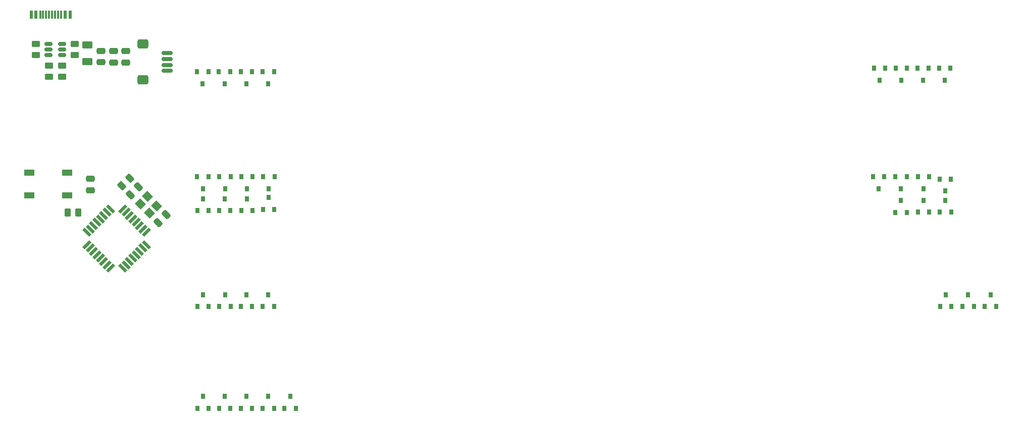
<source format=gbr>
G04 #@! TF.GenerationSoftware,KiCad,Pcbnew,(6.0.2)*
G04 #@! TF.CreationDate,2022-03-30T22:23:48+02:00*
G04 #@! TF.ProjectId,pcb,7063622e-6b69-4636-9164-5f7063625858,rev?*
G04 #@! TF.SameCoordinates,Original*
G04 #@! TF.FileFunction,Paste,Bot*
G04 #@! TF.FilePolarity,Positive*
%FSLAX46Y46*%
G04 Gerber Fmt 4.6, Leading zero omitted, Abs format (unit mm)*
G04 Created by KiCad (PCBNEW (6.0.2)) date 2022-03-30 22:23:48*
%MOMM*%
%LPD*%
G01*
G04 APERTURE LIST*
G04 Aperture macros list*
%AMRoundRect*
0 Rectangle with rounded corners*
0 $1 Rounding radius*
0 $2 $3 $4 $5 $6 $7 $8 $9 X,Y pos of 4 corners*
0 Add a 4 corners polygon primitive as box body*
4,1,4,$2,$3,$4,$5,$6,$7,$8,$9,$2,$3,0*
0 Add four circle primitives for the rounded corners*
1,1,$1+$1,$2,$3*
1,1,$1+$1,$4,$5*
1,1,$1+$1,$6,$7*
1,1,$1+$1,$8,$9*
0 Add four rect primitives between the rounded corners*
20,1,$1+$1,$2,$3,$4,$5,0*
20,1,$1+$1,$4,$5,$6,$7,0*
20,1,$1+$1,$6,$7,$8,$9,0*
20,1,$1+$1,$8,$9,$2,$3,0*%
%AMRotRect*
0 Rectangle, with rotation*
0 The origin of the aperture is its center*
0 $1 length*
0 $2 width*
0 $3 Rotation angle, in degrees counterclockwise*
0 Add horizontal line*
21,1,$1,$2,0,0,$3*%
G04 Aperture macros list end*
%ADD10RoundRect,0.150000X0.775000X-0.150000X0.775000X0.150000X-0.775000X0.150000X-0.775000X-0.150000X0*%
%ADD11RoundRect,0.332800X0.567200X-0.467200X0.567200X0.467200X-0.567200X0.467200X-0.567200X-0.467200X0*%
%ADD12R,0.800000X0.900000*%
%ADD13RoundRect,0.250000X0.475000X-0.250000X0.475000X0.250000X-0.475000X0.250000X-0.475000X-0.250000X0*%
%ADD14RoundRect,0.250000X-0.450000X0.262500X-0.450000X-0.262500X0.450000X-0.262500X0.450000X0.262500X0*%
%ADD15RoundRect,0.150000X0.512500X0.150000X-0.512500X0.150000X-0.512500X-0.150000X0.512500X-0.150000X0*%
%ADD16R,1.700000X1.000000*%
%ADD17RoundRect,0.250000X0.159099X-0.512652X0.512652X-0.159099X-0.159099X0.512652X-0.512652X0.159099X0*%
%ADD18RotRect,1.400000X1.200000X315.000000*%
%ADD19RoundRect,0.250000X-0.132583X0.503814X-0.503814X0.132583X0.132583X-0.503814X0.503814X-0.132583X0*%
%ADD20RoundRect,0.250000X-0.625000X0.375000X-0.625000X-0.375000X0.625000X-0.375000X0.625000X0.375000X0*%
%ADD21RotRect,1.600000X0.550000X225.000000*%
%ADD22RotRect,1.600000X0.550000X135.000000*%
%ADD23R,0.600000X1.450000*%
%ADD24R,0.300000X1.450000*%
%ADD25RoundRect,0.250000X0.262500X0.450000X-0.262500X0.450000X-0.262500X-0.450000X0.262500X-0.450000X0*%
%ADD26RoundRect,0.250000X-0.159099X0.512652X-0.512652X0.159099X0.159099X-0.512652X0.512652X-0.159099X0*%
G04 APERTURE END LIST*
D10*
X38100000Y-16450000D03*
X38100000Y-15450000D03*
X38100000Y-14450000D03*
X38100000Y-13450000D03*
D11*
X34075000Y-17950000D03*
X34075000Y-11950000D03*
D12*
X54150000Y-16600000D03*
X56050000Y-16600000D03*
X55100000Y-18600000D03*
X165900000Y-40150000D03*
X164000000Y-40150000D03*
X164950000Y-38150000D03*
D13*
X27050000Y-15025000D03*
X27050000Y-13125000D03*
D12*
X48750000Y-39900000D03*
X46850000Y-39900000D03*
X47800000Y-37900000D03*
X52400000Y-56000000D03*
X50500000Y-56000000D03*
X51450000Y-54000000D03*
X52450000Y-39900000D03*
X50550000Y-39900000D03*
X51500000Y-37900000D03*
X43150000Y-16600000D03*
X45050000Y-16600000D03*
X44100000Y-18600000D03*
D14*
X20500000Y-15612500D03*
X20500000Y-17437500D03*
D13*
X29150000Y-15050000D03*
X29150000Y-13150000D03*
D15*
X20512500Y-11925000D03*
X20512500Y-12875000D03*
X20512500Y-13825000D03*
X18237500Y-13825000D03*
X18237500Y-12875000D03*
X18237500Y-11925000D03*
D12*
X45100000Y-39900000D03*
X43200000Y-39900000D03*
X44150000Y-37900000D03*
X164000000Y-34200000D03*
X165900000Y-34200000D03*
X164950000Y-36200000D03*
X59725000Y-73050000D03*
X57825000Y-73050000D03*
X58775000Y-71050000D03*
X163950000Y-16000000D03*
X165850000Y-16000000D03*
X164900000Y-18000000D03*
D13*
X25300000Y-36450000D03*
X25300000Y-34550000D03*
D12*
X167600000Y-16000000D03*
X169500000Y-16000000D03*
X168550000Y-18000000D03*
X50575000Y-34200000D03*
X52475000Y-34200000D03*
X51525000Y-36200000D03*
X46900000Y-34200000D03*
X48800000Y-34200000D03*
X47850000Y-36200000D03*
X169650000Y-56000000D03*
X167750000Y-56000000D03*
X168700000Y-54000000D03*
D16*
X15050000Y-33500000D03*
X21350000Y-33500000D03*
X21350000Y-37300000D03*
X15050000Y-37300000D03*
D12*
X45100000Y-73050000D03*
X43200000Y-73050000D03*
X44150000Y-71050000D03*
D14*
X18350000Y-15612500D03*
X18350000Y-17437500D03*
D12*
X50500000Y-16600000D03*
X52400000Y-16600000D03*
X51450000Y-18600000D03*
D17*
X31978249Y-37246751D03*
X33321751Y-35903249D03*
D18*
X34823223Y-37546142D03*
X36378858Y-39101777D03*
X35176777Y-40303858D03*
X33621142Y-38748223D03*
D19*
X31845235Y-34454765D03*
X30554765Y-35745235D03*
D12*
X56050000Y-56000000D03*
X54150000Y-56000000D03*
X55100000Y-54000000D03*
X52400000Y-73050000D03*
X50500000Y-73050000D03*
X51450000Y-71050000D03*
X160250000Y-34200000D03*
X162150000Y-34200000D03*
X161200000Y-36200000D03*
X162150000Y-40200000D03*
X160250000Y-40200000D03*
X161200000Y-38200000D03*
D20*
X24800000Y-12075000D03*
X24800000Y-14875000D03*
D12*
X156650000Y-16000000D03*
X158550000Y-16000000D03*
X157600000Y-18000000D03*
D14*
X22625000Y-11962500D03*
X22625000Y-13787500D03*
D21*
X30685305Y-39584897D03*
X31250990Y-40150583D03*
X31816676Y-40716268D03*
X32382361Y-41281953D03*
X32948047Y-41847639D03*
X33513732Y-42413324D03*
X34079417Y-42979010D03*
X34645103Y-43544695D03*
D22*
X34645103Y-45595305D03*
X34079417Y-46160990D03*
X33513732Y-46726676D03*
X32948047Y-47292361D03*
X32382361Y-47858047D03*
X31816676Y-48423732D03*
X31250990Y-48989417D03*
X30685305Y-49555103D03*
D21*
X28634695Y-49555103D03*
X28069010Y-48989417D03*
X27503324Y-48423732D03*
X26937639Y-47858047D03*
X26371953Y-47292361D03*
X25806268Y-46726676D03*
X25240583Y-46160990D03*
X24674897Y-45595305D03*
D22*
X24674897Y-43544695D03*
X25240583Y-42979010D03*
X25806268Y-42413324D03*
X26371953Y-41847639D03*
X26937639Y-41281953D03*
X27503324Y-40716268D03*
X28069010Y-40150583D03*
X28634695Y-39584897D03*
D12*
X56050000Y-73050000D03*
X54150000Y-73050000D03*
X55100000Y-71050000D03*
X167650000Y-34600000D03*
X169550000Y-34600000D03*
X168600000Y-36600000D03*
X48750000Y-73050000D03*
X46850000Y-73050000D03*
X47800000Y-71050000D03*
X56100000Y-39700000D03*
X54200000Y-39700000D03*
X55150000Y-37700000D03*
X54250000Y-34200000D03*
X56150000Y-34200000D03*
X55200000Y-36200000D03*
D13*
X31200000Y-15050000D03*
X31200000Y-13150000D03*
D23*
X15350000Y-6995000D03*
X16150000Y-6995000D03*
D24*
X17350000Y-6995000D03*
X18350000Y-6995000D03*
X18850000Y-6995000D03*
X19850000Y-6995000D03*
D23*
X21050000Y-6995000D03*
X21850000Y-6995000D03*
X21850000Y-6995000D03*
X21050000Y-6995000D03*
D24*
X20350000Y-6995000D03*
X19350000Y-6995000D03*
X17850000Y-6995000D03*
X16850000Y-6995000D03*
D23*
X16150000Y-6995000D03*
X15350000Y-6995000D03*
D25*
X23262500Y-40250000D03*
X21437500Y-40250000D03*
D12*
X156500000Y-34200000D03*
X158400000Y-34200000D03*
X157450000Y-36200000D03*
X48800000Y-56000000D03*
X46900000Y-56000000D03*
X47850000Y-54000000D03*
X173400000Y-56000000D03*
X171500000Y-56000000D03*
X172450000Y-54000000D03*
D14*
X16150000Y-11962500D03*
X16150000Y-13787500D03*
D12*
X45100000Y-56000000D03*
X43200000Y-56000000D03*
X44150000Y-54000000D03*
D26*
X37971751Y-40528249D03*
X36628249Y-41871751D03*
D12*
X177150000Y-56000000D03*
X175250000Y-56000000D03*
X176200000Y-54000000D03*
X46800000Y-16600000D03*
X48700000Y-16600000D03*
X47750000Y-18600000D03*
X169600000Y-40150000D03*
X167700000Y-40150000D03*
X168650000Y-38150000D03*
X160300000Y-16000000D03*
X162200000Y-16000000D03*
X161250000Y-18000000D03*
X43175000Y-34200000D03*
X45075000Y-34200000D03*
X44125000Y-36200000D03*
M02*

</source>
